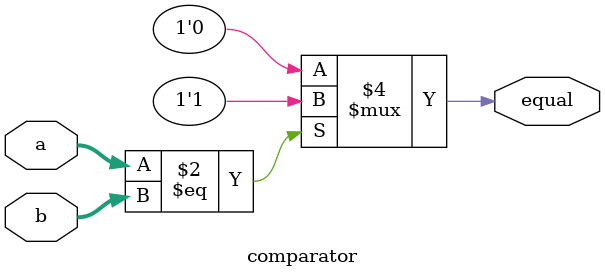
<source format=v>



module comparator (equal, a, b); 
	input [31:0]a, b; 
	output reg equal;
	always @(*) begin
	if (a==b)
		equal <= 1'b1;
	else
		equal <= 1'b0;
	end

endmodule 
</source>
